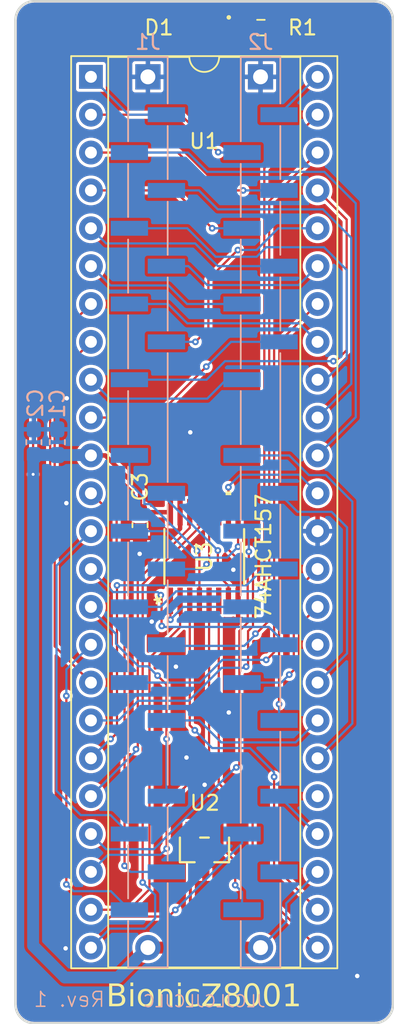
<source format=kicad_pcb>
(kicad_pcb (version 20241229) (generator "pcbnew") (generator_version "9.0")
  (title_block (title "BionicZ8001") (date "2026-01-14") (rev "1") (company "Tadashi G. Takaoka"))
  (layers (0 "F.Cu" signal) (2 "B.Cu" signal) (13 "F.Paste" user) (15 "B.Paste" user) (5 "F.SilkS" user "F.Silkscreen") (7 "B.SilkS" user "B.Silkscreen") (1 "F.Mask" user) (3 "B.Mask" user) (25 "Edge.Cuts" user))
  (net 0 "")
  (net 1 "GND")
  (net 2 "VCC")
  (net 3 "Net-(D1-K)")
  (net 4 "N{slash}~{S}")
  (net 5 "AD4")
  (net 6 "Net-(J2-P57)")
  (net 7 "AD2")
  (net 8 "ST3")
  (net 9 "~{NMI}")
  (net 10 "P33")
  (net 11 "AD3")
  (net 12 "SN4")
  (net 13 "SN6")
  (net 14 "AD7")
  (net 15 "AD0")
  (net 16 "ST0")
  (net 17 "AD5")
  (net 18 "AD1")
  (net 19 "~{VI}")
  (net 20 "ST2")
  (net 21 "ST1")
  (net 22 "AD6")
  (net 23 "~{RESET}")
  (net 24 "~{NVI}")
  (net 25 "CLOCK")
  (net 26 "AD12")
  (net 27 "AD10")
  (net 28 "~{AS}")
  (net 29 "AD8")
  (net 31 "AD13")
  (net 32 "B{slash}~{W}")
  (net 33 "SN5")
  (net 34 "~{STOP}")
  (net 35 "AD14")
  (net 36 "AD11")
  (net 37 "P30")
  (net 38 "~{WAIT}")
  (net 39 "AD15")
  (net 40 "AD9")
  (net 41 "~{MREQ}")
  (net 42 "R{slash}~{W}")
  (net 43 "~{DS}")
  (net 44 "Net-(U1-~{MI})")
  (net 45 "P32")
  (net 46 "P31")
  (net 47 "~{SEGT}")
  (net 48 "ASEL")
  (net 50 "SN0")
  (net 51 "SN2")
  (net 52 "SN3")
  (net 53 "SN1")
  (footprint "bionic:DIP-48_W15.24mm_Socket" (layer "F.Cu") (at 106.08 75.08)
    (property "Reference" "U1" (at 7.62 4.318 0) (layer "F.SilkS"))
    (property "Value" "Z8001")
    (pad "1" thru_hole rect (at 0 0) (size 1.6 1.6) (drill 0.8) (layers "*.Cu" "*.Mask") (net 15 "AD0"))
    (pad "2" thru_hole oval (at 0 2.54) (size 1.6 1.6) (drill 0.8) (layers "*.Cu" "*.Mask") (net 40 "AD9"))
    (pad "3" thru_hole oval (at 0 5.08) (size 1.6 1.6) (drill 0.8) (layers "*.Cu" "*.Mask") (net 27 "AD10"))
    (pad "4" thru_hole oval (at 0 7.62) (size 1.6 1.6) (drill 0.8) (layers "*.Cu" "*.Mask") (net 36 "AD11"))
    (pad "5" thru_hole oval (at 0 10.16) (size 1.6 1.6) (drill 0.8) (layers "*.Cu" "*.Mask") (net 26 "AD12"))
    (pad "6" thru_hole oval (at 0 12.7) (size 1.6 1.6) (drill 0.8) (layers "*.Cu" "*.Mask") (net 31 "AD13"))
    (pad "7" thru_hole oval (at 0 15.24) (size 1.6 1.6) (drill 0.8) (layers "*.Cu" "*.Mask") (net 34 "~{STOP}"))
    (pad "8" thru_hole oval (at 0 17.78) (size 1.6 1.6) (drill 0.8) (layers "*.Cu" "*.Mask") (net 44 "Net-(U1-~{MI})"))
    (pad "9" thru_hole oval (at 0 20.32) (size 1.6 1.6) (drill 0.8) (layers "*.Cu" "*.Mask") (net 39 "AD15"))
    (pad "10" thru_hole oval (at 0 22.86) (size 1.6 1.6) (drill 0.8) (layers "*.Cu" "*.Mask") (net 35 "AD14"))
    (pad "11" thru_hole oval (at 0 25.4) (size 1.6 1.6) (drill 0.8) (layers "*.Cu" "*.Mask") (net 2 "VCC"))
    (pad "12" thru_hole oval (at 0 27.94) (size 1.6 1.6) (drill 0.8) (layers "*.Cu" "*.Mask") (net 19 "~{VI}"))
    (pad "13" thru_hole oval (at 0 30.48) (size 1.6 1.6) (drill 0.8) (layers "*.Cu" "*.Mask") (net 24 "~{NVI}"))
    (pad "14" thru_hole oval (at 0 33.02) (size 1.6 1.6) (drill 0.8) (layers "*.Cu" "*.Mask") (net 47 "~{SEGT}"))
    (pad "15" thru_hole oval (at 0 35.56) (size 1.6 1.6) (drill 0.8) (layers "*.Cu" "*.Mask") (net 9 "~{NMI}"))
    (pad "16" thru_hole oval (at 0 38.1) (size 1.6 1.6) (drill 0.8) (layers "*.Cu" "*.Mask") (net 23 "~{RESET}"))
    (pad "17" thru_hole oval (at 0 40.64) (size 1.6 1.6) (drill 0.8) (layers "*.Cu" "*.Mask") (net 44 "Net-(U1-~{MI})"))
    (pad "18" thru_hole oval (at 0 43.18) (size 1.6 1.6) (drill 0.8) (layers "*.Cu" "*.Mask") (net 41 "~{MREQ}"))
    (pad "19" thru_hole oval (at 0 45.72) (size 1.6 1.6) (drill 0.8) (layers "*.Cu" "*.Mask") (net 43 "~{DS}"))
    (pad "20" thru_hole oval (at 0 48.26) (size 1.6 1.6) (drill 0.8) (layers "*.Cu" "*.Mask") (net 8 "ST3"))
    (pad "21" thru_hole oval (at 0 50.8) (size 1.6 1.6) (drill 0.8) (layers "*.Cu" "*.Mask") (net 20 "ST2"))
    (pad "22" thru_hole oval (at 0 53.34) (size 1.6 1.6) (drill 0.8) (layers "*.Cu" "*.Mask") (net 21 "ST1"))
    (pad "23" thru_hole oval (at 0 55.88) (size 1.6 1.6) (drill 0.8) (layers "*.Cu" "*.Mask") (net 16 "ST0"))
    (pad "24" thru_hole oval (at 0 58.42) (size 1.6 1.6) (drill 0.8) (layers "*.Cu" "*.Mask") (net 52 "SN3"))
    (pad "25" thru_hole oval (at 15.24 58.42) (size 1.6 1.6) (drill 0.8) (layers "*.Cu" "*.Mask") (net 53 "SN1"))
    (pad "26" thru_hole oval (at 15.24 55.88) (size 1.6 1.6) (drill 0.8) (layers "*.Cu" "*.Mask") (net 50 "SN0"))
    (pad "27" thru_hole oval (at 15.24 53.34) (size 1.6 1.6) (drill 0.8) (layers "*.Cu" "*.Mask") (net 2 "VCC"))
    (pad "28" thru_hole oval (at 15.24 50.8) (size 1.6 1.6) (drill 0.8) (layers "*.Cu" "*.Mask") (net 38 "~{WAIT}"))
    (pad "29" thru_hole oval (at 15.24 48.26) (size 1.6 1.6) (drill 0.8) (layers "*.Cu" "*.Mask"))
    (pad "30" thru_hole oval (at 15.24 45.72) (size 1.6 1.6) (drill 0.8) (layers "*.Cu" "*.Mask") (net 42 "R{slash}~{W}"))
    (pad "31" thru_hole oval (at 15.24 43.18) (size 1.6 1.6) (drill 0.8) (layers "*.Cu" "*.Mask") (net 4 "N{slash}~{S}"))
    (pad "32" thru_hole oval (at 15.24 40.64) (size 1.6 1.6) (drill 0.8) (layers "*.Cu" "*.Mask") (net 32 "B{slash}~{W}"))
    (pad "33" thru_hole oval (at 15.24 38.1) (size 1.6 1.6) (drill 0.8) (layers "*.Cu" "*.Mask"))
    (pad "34" thru_hole oval (at 15.24 35.56) (size 1.6 1.6) (drill 0.8) (layers "*.Cu" "*.Mask") (net 28 "~{AS}"))
    (pad "35" thru_hole oval (at 15.24 33.02) (size 1.6 1.6) (drill 0.8) (layers "*.Cu" "*.Mask") (net 25 "CLOCK"))
    (pad "36" thru_hole oval (at 15.24 30.48) (size 1.6 1.6) (drill 0.8) (layers "*.Cu" "*.Mask") (net 1 "GND"))
    (pad "37" thru_hole oval (at 15.24 27.94) (size 1.6 1.6) (drill 0.8) (layers "*.Cu" "*.Mask") (net 51 "SN2"))
    (pad "38" thru_hole oval (at 15.24 25.4) (size 1.6 1.6) (drill 0.8) (layers "*.Cu" "*.Mask") (net 18 "AD1"))
    (pad "39" thru_hole oval (at 15.24 22.86) (size 1.6 1.6) (drill 0.8) (layers "*.Cu" "*.Mask") (net 7 "AD2"))
    (pad "40" thru_hole oval (at 15.24 20.32) (size 1.6 1.6) (drill 0.8) (layers "*.Cu" "*.Mask") (net 11 "AD3"))
    (pad "41" thru_hole oval (at 15.24 17.78) (size 1.6 1.6) (drill 0.8) (layers "*.Cu" "*.Mask") (net 17 "AD5"))
    (pad "42" thru_hole oval (at 15.24 15.24) (size 1.6 1.6) (drill 0.8) (layers "*.Cu" "*.Mask") (net 12 "SN4"))
    (pad "43" thru_hole oval (at 15.24 12.7) (size 1.6 1.6) (drill 0.8) (layers "*.Cu" "*.Mask") (net 5 "AD4"))
    (pad "44" thru_hole oval (at 15.24 10.16) (size 1.6 1.6) (drill 0.8) (layers "*.Cu" "*.Mask") (net 22 "AD6"))
    (pad "45" thru_hole oval (at 15.24 7.62) (size 1.6 1.6) (drill 0.8) (layers "*.Cu" "*.Mask") (net 14 "AD7"))
    (pad "46" thru_hole oval (at 15.24 5.08) (size 1.6 1.6) (drill 0.8) (layers "*.Cu" "*.Mask") (net 33 "SN5"))
    (pad "47" thru_hole oval (at 15.24 2.54) (size 1.6 1.6) (drill 0.8) (layers "*.Cu" "*.Mask") (net 13 "SN6"))
    (pad "48" thru_hole oval (at 15.24 0) (size 1.6 1.6) (drill 0.8) (layers "*.Cu" "*.Mask") (net 29 "AD8"))
  )
  (footprint "ti:PW16-M" (layer "F.Cu") (at 113.7 107.2618 90)
    (property "Reference" "U3" (at 0 0 90) (layer "F.SilkS"))
    (property "Value" "74AHCT157")
    (fp_text user "*" (at -2.9 -2.8 90) (layer "F.SilkS"))
    (pad "1" smd rect (at -2.9718 -2.274999 90) (size 1.778 0.3556) (layers "F.Cu" "F.Mask" "F.Paste") (net 48 "ASEL"))
    (pad "2" smd rect (at -2.9718 -1.625001 90) (size 1.778 0.3556) (layers "F.Cu" "F.Mask" "F.Paste") (net 16 "ST0"))
    (pad "3" smd rect (at -2.9718 -0.974999 90) (size 1.778 0.3556) (layers "F.Cu" "F.Mask" "F.Paste") (net 50 "SN0"))
    (pad "4" smd rect (at -2.9718 -0.325001 90) (size 1.778 0.3556) (layers "F.Cu" "F.Mask" "F.Paste") (net 37 "P30"))
    (pad "5" smd rect (at -2.9718 0.324998 90) (size 1.778 0.3556) (layers "F.Cu" "F.Mask" "F.Paste") (net 21 "ST1"))
    (pad "6" smd rect (at -2.9718 0.974999 90) (size 1.778 0.3556) (layers "F.Cu" "F.Mask" "F.Paste") (net 53 "SN1"))
    (pad "7" smd rect (at -2.9718 1.624998 90) (size 1.778 0.3556) (layers "F.Cu" "F.Mask" "F.Paste") (net 46 "P31"))
    (pad "8" smd rect (at -2.9718 2.274999 90) (size 1.778 0.3556) (layers "F.Cu" "F.Mask" "F.Paste") (net 1 "GND"))
    (pad "9" smd rect (at 2.9718 2.274999 90) (size 1.778 0.3556) (layers "F.Cu" "F.Mask" "F.Paste") (net 45 "P32"))
    (pad "10" smd rect (at 2.9718 1.625001 90) (size 1.778 0.3556) (layers "F.Cu" "F.Mask" "F.Paste") (net 51 "SN2"))
    (pad "11" smd rect (at 2.9718 0.974999 90) (size 1.778 0.3556) (layers "F.Cu" "F.Mask" "F.Paste") (net 20 "ST2"))
    (pad "12" smd rect (at 2.9718 0.325001 90) (size 1.778 0.3556) (layers "F.Cu" "F.Mask" "F.Paste") (net 10 "P33"))
    (pad "13" smd rect (at 2.9718 -0.324998 90) (size 1.778 0.3556) (layers "F.Cu" "F.Mask" "F.Paste") (net 52 "SN3"))
    (pad "14" smd rect (at 2.9718 -0.974999 90) (size 1.778 0.3556) (layers "F.Cu" "F.Mask" "F.Paste") (net 8 "ST3"))
    (pad "15" smd rect (at 2.9718 -1.624998 90) (size 1.778 0.3556) (layers "F.Cu" "F.Mask" "F.Paste") (net 1 "GND"))
    (pad "16" smd rect (at 2.9718 -2.274999 90) (size 1.778 0.3556) (layers "F.Cu" "F.Mask" "F.Paste") (net 2 "VCC"))
  )
  (footprint "rhom:LED_CSL1901UW1_ROM-M" (layer "F.Cu") (at 113.7 71.778 180)
    (property "Reference" "D1" (at 3.048 0 0) (layer "F.SilkS"))
    (property "Value" "CSL1901UW1")
    (pad "1" smd rect (at -0.8763 0 180) (size 0.9652 0.762) (layers "F.Cu" "F.Mask" "F.Paste") (net 3 "Net-(D1-K)"))
    (pad "2" smd rect (at 0.8763 0 180) (size 0.9652 0.762) (layers "F.Cu" "F.Mask" "F.Paste") (net 2 "VCC"))
    (zone (net 0) (net_name "") (layer "F.Cu") (connect_pads (clearance 0)) (min_thickness 0.254)
      (keepout (tracks not_allowed) (vias not_allowed) (pads allowed) (copperpour not_allowed) (footprints allowed))
      (fill (thermal_gap 0.508) (thermal_bridge_width 0.508))
      (polygon (pts (xy 114.0429 72.1336) (xy 113.3571 72.1336) (xy 113.3571 71.4224) (xy 114.0429 71.4224)))
    )
  )
  (footprint "Resistor_SMD:R_0603_1608Metric_Pad0.98x0.95mm_HandSolder" (layer "F.Cu") (at 117.51 71.778)
    (property "Reference" "R1" (at 2.794 0 0) (layer "F.SilkS"))
    (property "Value" "1.6k")
    (pad "1" smd roundrect (at -0.9125 0) (size 0.975 0.95) (layers "F.Cu" "F.Mask" "F.Paste") (net 3 "Net-(D1-K)"))
    (pad "2" smd roundrect (at 0.9125 0) (size 0.975 0.95) (layers "F.Cu" "F.Mask" "F.Paste") (net 1 "GND"))
  )
  (footprint "Capacitor_SMD:C_0603_1608Metric_Pad1.08x0.95mm_HandSolder" (layer "F.Cu") (at 109.382 105.1536 -90)
    (property "Reference" "C3" (at -2.5654 0 90) (layer "F.SilkS"))
    (property "Value" "0.1u")
    (pad "1" smd roundrect (at -0.8625 0 270) (size 1.075 0.95) (layers "F.Cu" "F.Mask" "F.Paste") (net 2 "VCC"))
    (pad "2" smd roundrect (at 0.8625 0 270) (size 1.075 0.95) (layers "F.Cu" "F.Mask" "F.Paste") (net 1 "GND"))
  )
  (footprint "microchip:SOT-23_MC_MCH-M" (layer "F.Cu") (at 113.7152 126.946 180)
    (property "Reference" "U2" (at -0.0254 3.1496 0) (layer "F.SilkS"))
    (property "Value" "11AA010-I/TT")
    (pad "1" smd rect (at -0.950001 1.066 180) (size 0.6604 1.6256) (layers "F.Cu" "F.Mask" "F.Paste") (net 6 "Net-(J2-P57)"))
    (pad "2" smd rect (at 0.950001 1.066 180) (size 0.6604 1.6256) (layers "F.Cu" "F.Mask" "F.Paste") (net 2 "VCC"))
    (pad "3" smd rect (at 0 -1.066 180) (size 0.6604 1.6256) (layers "F.Cu" "F.Mask" "F.Paste") (net 1 "GND"))
  )
  (footprint "Capacitor_SMD:C_0603_1608Metric_Pad1.08x0.95mm_HandSolder" (layer "B.Cu") (at 103.8194 99.591 90)
    (property "Reference" "C1" (at 2.5908 0 90) (layer "B.SilkS") (effects (justify mirror)))
    (property "Value" "0.1u")
    (pad "1" smd roundrect (at -0.8625 0 90) (size 1.075 0.95) (layers "B.Cu" "B.Mask" "B.Paste") (net 2 "VCC"))
    (pad "2" smd roundrect (at 0.8625 0 90) (size 1.075 0.95) (layers "B.Cu" "B.Mask" "B.Paste") (net 1 "GND"))
  )
  (footprint "bionic:Bionic-P245_SMT" (layer "B.Cu") (at 117.5054 104.29 180)
    (property "Reference" "J2" (at 0.0208 31.54 0) (layer "B.SilkS") (effects (justify mirror)))
    (property "Value" "Bionic-P245")
    (pad "25" thru_hole oval (at 0.0208 -29.21 180) (size 1.7 1.7) (drill 1) (layers "*.Cu" "*.Mask") (net 2 "VCC"))
    (pad "26" smd rect (at 1.2654 -26.67 180) (size 2.51 1) (layers "B.Cu" "B.Mask" "B.Paste") (net 6 "Net-(J2-P57)"))
    (pad "27" smd rect (at -1.2238 -24.13 180) (size 2.51 1) (layers "B.Cu" "B.Mask" "B.Paste"))
    (pad "28" smd rect (at 1.2654 -21.59 180) (size 2.51 1) (layers "B.Cu" "B.Mask" "B.Paste") (net 34 "~{STOP}"))
    (pad "29" smd rect (at -1.2238 -19.05 180) (size 2.51 1) (layers "B.Cu" "B.Mask" "B.Paste") (net 38 "~{WAIT}"))
    (pad "31" smd rect (at -1.2238 -13.97 180) (size 2.51 1) (layers "B.Cu" "B.Mask" "B.Paste") (net 25 "CLOCK"))
    (pad "32" smd rect (at 1.2654 -11.43 180) (size 2.51 1) (layers "B.Cu" "B.Mask" "B.Paste") (net 28 "~{AS}"))
    (pad "33" smd rect (at -1.2238 -8.89 180) (size 2.51 1) (layers "B.Cu" "B.Mask" "B.Paste") (net 47 "~{SEGT}"))
    (pad "34" smd rect (at 1.2654 -6.35 180) (size 2.51 1) (layers "B.Cu" "B.Mask" "B.Paste") (net 48 "ASEL"))
    (pad "35" smd rect (at -1.2238 -3.81 180) (size 2.51 1) (layers "B.Cu" "B.Mask" "B.Paste") (net 43 "~{DS}"))
    (pad "36" smd rect (at 1.2654 -1.27 180) (size 2.51 1) (layers "B.Cu" "B.Mask" "B.Paste") (net 41 "~{MREQ}"))
    (pad "37" smd rect (at -1.2238 1.27 180) (size 2.51 1) (layers "B.Cu" "B.Mask" "B.Paste") (net 32 "B{slash}~{W}"))
    (pad "38" smd rect (at 1.2654 3.81 180) (size 2.51 1) (layers "B.Cu" "B.Mask" "B.Paste") (net 42 "R{slash}~{W}"))
    (pad "40" smd rect (at 1.2654 8.89 180) (size 2.51 1) (layers "B.Cu" "B.Mask" "B.Paste") (net 39 "AD15"))
    (pad "41" smd rect (at -1.2238 11.43 180) (size 2.51 1) (layers "B.Cu" "B.Mask" "B.Paste") (net 35 "AD14"))
    (pad "42" smd rect (at 1.2654 13.97 180) (size 2.51 1) (layers "B.Cu" "B.Mask" "B.Paste") (net 31 "AD13"))
    (pad "43" smd rect (at -1.2238 16.51 180) (size 2.51 1) (layers "B.Cu" "B.Mask" "B.Paste") (net 26 "AD12"))
    (pad "44" smd rect (at 1.2654 19.05 180) (size 2.51 1) (layers "B.Cu" "B.Mask" "B.Paste") (net 36 "AD11"))
    (pad "45" smd rect (at -1.2238 21.59 180) (size 2.51 1) (layers "B.Cu" "B.Mask" "B.Paste") (net 27 "AD10"))
    (pad "46" smd rect (at 1.2654 24.13 180) (size 2.51 1) (layers "B.Cu" "B.Mask" "B.Paste") (net 40 "AD9"))
    (pad "47" smd rect (at -1.2238 26.67 180) (size 2.51 1) (layers "B.Cu" "B.Mask" "B.Paste") (net 29 "AD8"))
    (pad "48" thru_hole rect (at 0.0208 29.21 180) (size 1.7 1.7) (drill 1) (layers "*.Cu" "*.Mask") (net 1 "GND"))
  )
  (footprint "bionic:Bionic-P135_SMT" (layer "B.Cu") (at 109.89 104.29 180)
    (property "Reference" "J1" (at -0.0208 31.54 0) (layer "B.SilkS") (effects (justify mirror)))
    (property "Value" "Bionic-P135")
    (pad "1" thru_hole rect (at -0.0208 29.21 180) (size 1.7 1.7) (drill 1) (layers "*.Cu" "*.Mask") (net 1 "GND"))
    (pad "2" smd rect (at -1.2654 26.67 180) (size 2.51 1) (layers "B.Cu" "B.Mask" "B.Paste") (net 15 "AD0"))
    (pad "3" smd rect (at 1.2238 24.13 180) (size 2.51 1) (layers "B.Cu" "B.Mask" "B.Paste") (net 18 "AD1"))
    (pad "4" smd rect (at -1.2654 21.59 180) (size 2.51 1) (layers "B.Cu" "B.Mask" "B.Paste") (net 7 "AD2"))
    (pad "5" smd rect (at 1.2238 19.05 180) (size 2.51 1) (layers "B.Cu" "B.Mask" "B.Paste") (net 11 "AD3"))
    (pad "6" smd rect (at -1.2654 16.51 180) (size 2.51 1) (layers "B.Cu" "B.Mask" "B.Paste") (net 5 "AD4"))
    (pad "7" smd rect (at 1.2238 13.97 180) (size 2.51 1) (layers "B.Cu" "B.Mask" "B.Paste") (net 17 "AD5"))
    (pad "8" smd rect (at -1.2654 11.43 180) (size 2.51 1) (layers "B.Cu" "B.Mask" "B.Paste") (net 22 "AD6"))
    (pad "9" smd rect (at 1.2238 8.89 180) (size 2.51 1) (layers "B.Cu" "B.Mask" "B.Paste") (net 14 "AD7"))
    (pad "11" smd rect (at 1.2238 3.81 180) (size 2.51 1) (layers "B.Cu" "B.Mask" "B.Paste") (net 37 "P30"))
    (pad "12" smd rect (at -1.2654 1.27 180) (size 2.51 1) (layers "B.Cu" "B.Mask" "B.Paste") (net 46 "P31"))
    (pad "13" smd rect (at 1.2238 -1.27 180) (size 2.51 1) (layers "B.Cu" "B.Mask" "B.Paste") (net 45 "P32"))
    (pad "14" smd rect (at -1.2654 -3.81 180) (size 2.51 1) (layers "B.Cu" "B.Mask" "B.Paste") (net 10 "P33"))
    (pad "15" smd rect (at 1.2238 -6.35 180) (size 2.51 1) (layers "B.Cu" "B.Mask" "B.Paste") (net 13 "SN6"))
    (pad "16" smd rect (at -1.2654 -8.89 180) (size 2.51 1) (layers "B.Cu" "B.Mask" "B.Paste") (net 33 "SN5"))
    (pad "17" smd rect (at 1.2238 -11.43 180) (size 2.51 1) (layers "B.Cu" "B.Mask" "B.Paste") (net 12 "SN4"))
    (pad "18" smd rect (at -1.2654 -13.97 180) (size 2.51 1) (layers "B.Cu" "B.Mask" "B.Paste") (net 4 "N{slash}~{S}"))
    (pad "20" smd rect (at -1.2654 -19.05 180) (size 2.51 1) (layers "B.Cu" "B.Mask" "B.Paste") (net 9 "~{NMI}"))
    (pad "21" smd rect (at 1.2238 -21.59 180) (size 2.51 1) (layers "B.Cu" "B.Mask" "B.Paste") (net 24 "~{NVI}"))
    (pad "22" smd rect (at -1.2654 -24.13 180) (size 2.51 1) (layers "B.Cu" "B.Mask" "B.Paste") (net 19 "~{VI}"))
    (pad "23" smd rect (at 1.2238 -26.67 180) (size 2.51 1) (layers "B.Cu" "B.Mask" "B.Paste") (net 23 "~{RESET}"))
    (pad "24" thru_hole oval (at -0.0208 -29.21 180) (size 1.7 1.7) (drill 1) (layers "*.Cu" "*.Mask") (net 2 "VCC"))
  )
  (footprint "Capacitor_SMD:C_0603_1608Metric_Pad1.08x0.95mm_HandSolder" (layer "B.Cu") (at 102.2446 99.5921 90)
    (property "Reference" "C2" (at 2.6173 0.1016 90) (layer "B.SilkS") (effects (justify mirror)))
    (property "Value" "2.2u")
    (pad "1" smd roundrect (at -0.8625 0 90) (size 1.075 0.95) (layers "B.Cu" "B.Mask" "B.Paste") (net 2 "VCC"))
    (pad "2" smd roundrect (at 0.8625 0 90) (size 1.075 0.95) (layers "B.Cu" "B.Mask" "B.Paste") (net 1 "GND"))
  )
  (gr_arc (start 125.13 70) (mid 126.028026 70.371974) (end 126.4 71.27) (stroke (width 0.15)) (layer "Edge.Cuts"))
  (gr_arc (start 126.4 137.31) (mid 126.028026 138.208026) (end 125.13 138.58) (stroke (width 0.15)) (layer "Edge.Cuts"))
  (gr_arc (start 101 71.27) (mid 101.371974 70.371974) (end 102.27 70) (stroke (width 0.15)) (layer "Edge.Cuts"))
  (gr_line (start 126.4 71.27) (end 126.4 137.31) (stroke (width 0.15)) (layer "Edge.Cuts"))
  (gr_arc (start 102.27 138.58) (mid 101.371974 138.208026) (end 101 137.31) (stroke (width 0.15)) (layer "Edge.Cuts"))
  (gr_line (start 125.13 138.58) (end 102.27 138.58) (stroke (width 0.15)) (layer "Edge.Cuts"))
  (gr_line (start 101 137.31) (end 101 71.27) (stroke (width 0.15)) (layer "Edge.Cuts"))
  (gr_line (start 102.27 70) (end 125.13 70) (stroke (width 0.15)) (layer "Edge.Cuts"))
  (gr_text "74AHCT157" (at 118.272 107.2618 90) (layer "F.SilkS") (effects (font (size 1 1)) (justify bottom)))
  (gr_text "BionicZ8001" (at 113.6746 137.691 0) (layer "F.SilkS") (effects (font (size 1.5 1.5)) (justify bottom)))
  (gr_text "Rev. 1" (at 107.096 137.564 -0) (layer "B.SilkS") (effects (font (size 1 1) (thickness 0.1)) (justify left bottom mirror)))
  (gr_text "JLCJLCJLCJLC" (at 113.7 137.564 -0) (layer "B.SilkS") (effects (font (size 0.8 0.8) (thickness 0.1)) (justify bottom mirror)))
  (via (at 104.429 103.6804) (size 0.6) (drill 0.3) (layers "F.Cu" "B.Cu") (net 1))
  (via (at 111.795 114.6532) (size 0.6) (drill 0.3) (layers "F.Cu" "B.Cu") (net 1))
  (via (at 115.6558 108.1508) (size 0.6) (drill 0.3) (layers "F.Cu" "B.Cu") (net 1))
  (via (at 123.987 135.405) (size 0.6) (drill 0.3) (layers "F.Cu" "B.Cu") (net 1))
  (via (at 112.5062 120.7492) (size 0.6) (drill 0.3) (layers "F.Cu" "B.Cu") (net 1))
  (via (at 115.351 117.7266) (size 0.6) (drill 0.3) (layers "F.Cu" "B.Cu") (net 1))
  (via (at 109.3566 107.084) (size 0.6) (drill 0.3) (layers "F.Cu" "B.Cu") (net 1))
  (via (at 113.7254 122.578) (size 0.6) (drill 0.3) (layers "F.Cu" "B.Cu") (net 1))
  (via (at 104.4544 96.6446) (size 0.6) (drill 0.3) (layers "F.Cu" "B.Cu") (net 1))
  (via (at 112.7602 98.9306) (size 0.6) (drill 0.3) (layers "F.Cu" "B.Cu") (net 1))
  (via (at 104.3782 133.5508) (size 0.6) (drill 0.3) (layers "F.Cu" "B.Cu") (net 1))
  (via (at 110.1694 111.6306) (size 0.6) (drill 0.3) (layers "F.Cu" "B.Cu") (net 1))
  (segment (start 109.382 102.8168) (end 109.382 104.2911) (width 0.3) (layer "F.Cu") (net 2))
  (segment (start 106.08 100.48) (end 107.0452 100.48) (width 0.3) (layer "F.Cu") (net 2))
  (segment (start 102.1938 75.0038) (end 102.1938 101.75) (width 0.15) (layer "F.Cu") (net 2))
  (segment (start 112.8237 71.778) (end 105.4196 71.778) (width 0.15) (layer "F.Cu") (net 2))
  (segment (start 107.0452 100.48) (end 109.382 102.8168) (width 0.3) (layer "F.Cu") (net 2))
  (segment (start 109.382 104.291) (end 109.382 104.2911) (width 0.4) (layer "F.Cu") (net 2))
  (segment (start 109.3831 104.29) (end 109.382 104.2911) (width 0.8) (layer "F.Cu") (net 2))
  (segment (start 109.9108 133.5) (end 109.911 133.5) (width 0.4) (layer "F.Cu") (net 2))
  (segment (start 105.4196 71.778) (end 102.1938 75.0038) (width 0.15) (layer "F.Cu") (net 2))
  (segment (start 112.765199 125.88) (end 112.765199 133.469601) (width 0.2) (layer "F.Cu") (net 2))
  (segment (start 111.425001 104.29) (end 109.3831 104.29) (width 0.3) (layer "F.Cu") (net 2))
  (segment (start 112.7652 125.88) (end 112.765 125.88) (width 0.4) (layer "F.Cu") (net 2))
  (segment (start 112.7348 133.5) (end 109.9108 133.5) (width 0.8) (layer "F.Cu") (net 2))
  (segment (start 117.4846 133.5) (end 112.7348 133.5) (width 0.8) (layer "F.Cu") (net 2))
  (segment (start 112.765199 133.469601) (end 112.7348 133.5) (width 0.8) (layer "F.Cu") (net 2))
  (via (at 102.1938 101.75) (size 0.45) (drill 0.2) (layers "F.Cu" "B.Cu") (net 2))
  (segment (start 102.2181 100.4546) (end 102.1938 100.4789) (width 0.8) (layer "B.Cu") (net 2))
  (segment (start 102.1938 101.75) (end 102.1938 133.373) (width 0.8) (layer "B.Cu") (net 2))
  (segment (start 109.911 133.5) (end 109.9108 133.5) (width 0.4) (layer "B.Cu") (net 2))
  (segment (start 119.2118 130.5282) (end 119.2118 131.7728) (width 0.15) (layer "B.Cu") (net 2))
  (segment (start 107.9042 135.5066) (end 109.9108 133.5) (width 0.8) (layer "B.Cu") (net 2))
  (segment (start 102.1938 133.373) (end 104.3274 135.5066) (width 0.8) (layer "B.Cu") (net 2))
  (segment (start 102.2192 100.4535) (end 106.0535 100.4535) (width 0.8) (layer "B.Cu") (net 2))
  (segment (start 104.3274 135.5066) (end 107.9042 135.5066) (width 0.8) (layer "B.Cu") (net 2))
  (segment (start 119.2118 131.7728) (end 117.4846 133.5) (width 0.15) (layer "B.Cu") (net 2))
  (segment (start 106.08 100.48) (end 106.0546 100.4546) (width 0.8) (layer "B.Cu") (net 2))
  (segment (start 121.32 128.42) (end 119.2118 130.5282) (width 0.15) (layer "B.Cu") (net 2))
  (segment (start 102.1938 100.4789) (end 102.1938 101.75) (width 0.8) (layer "B.Cu") (net 2))
  (segment (start 106.0535 100.4535) (end 106.08 100.48) (width 0.6) (layer "B.Cu") (net 2))
  (segment (start 114.5763 71.778) (end 116.5975 71.778) (width 0.1524) (layer "F.Cu") (net 3))
  (segment (start 119.8468 119.7332) (end 121.32 118.26) (width 0.15) (layer "B.Cu") (net 4))
  (segment (start 114.843 119.7332) (end 119.8468 119.7332) (width 0.15) (layer "B.Cu") (net 4))
  (segment (start 111.1554 118.26) (end 113.3698 118.26) (width 0.15) (layer "B.Cu") (net 4))
  (segment (start 113.3698 118.26) (end 114.843 119.7332) (width 0.15) (layer "B.Cu") (net 4))
  (segment (start 113.9032 89.05) (end 120.05 89.05) (width 0.15) (layer "B.Cu") (net 5))
  (segment (start 111.1554 87.78) (end 112.6332 87.78) (width 0.15) (layer "B.Cu") (net 5))
  (segment (start 120.05 89.05) (end 121.32 87.78) (width 0.15) (layer "B.Cu") (net 5))
  (segment (start 112.6332 87.78) (end 113.9032 89.05) (width 0.15) (layer "B.Cu") (net 5))
  (segment (start 115.7828 129.309) (end 115.7828 127.7088) (width 0.15) (layer "F.Cu") (net 6))
  (segment (start 115.7828 127.7088) (end 114.6652 126.5912) (width 0.15) (layer "F.Cu") (net 6))
  (segment (start 114.6652 126.5912) (end 114.6652 125.88) (width 0.15) (layer "F.Cu") (net 6))
  (via (at 115.7828 129.309) (size 0.45) (drill 0.2) (layers "F.Cu" "B.Cu") (net 6))
  (segment (start 116.24 129.7662) (end 116.24 130.96) (width 0.15) (layer "B.Cu") (net 6))
  (segment (start 115.7828 129.309) (end 116.24 129.7662) (width 0.15) (layer "B.Cu") (net 6))
  (segment (start 114.6144 83.97) (end 121.6756 83.97) (width 0.15) (layer "B.Cu") (net 7))
  (segment (start 123.5844 85.8788) (end 123.5844 95.6756) (width 0.15) (layer "B.Cu") (net 7))
  (segment (start 123.5844 95.6756) (end 121.32 97.94) (width 0.15) (layer "B.Cu") (net 7))
  (segment (start 111.1554 82.7) (end 113.3444 82.7) (width 0.15) (layer "B.Cu") (net 7))
  (segment (start 121.6756 83.97) (end 123.5844 85.8788) (width 0.15) (layer "B.Cu") (net 7))
  (segment (start 113.3444 82.7) (end 114.6144 83.97) (width 0.15) (layer "B.Cu") (net 7))
  (segment (start 109.1098 120.1904) (end 109.2296 120.0706) (width 0.15) (layer "F.Cu") (net 8))
  (segment (start 112.725 105.3412) (end 112.725 104.29) (width 0.15) (layer "F.Cu") (net 8))
  (segment (start 109.2296 120.0706) (end 109.2296 108.8366) (width 0.15) (layer "F.Cu") (net 8))
  (segment (start 109.2296 108.8366) (end 112.725 105.3412) (width 0.15) (layer "F.Cu") (net 8))
  (via (at 109.1098 120.1904) (size 0.45) (drill 0.2) (layers "F.Cu" "B.Cu") (net 8))
  (segment (start 109.1098 120.3102) (end 106.08 123.34) (width 0.15) (layer "B.Cu") (net 8))
  (segment (start 109.1098 120.1904) (end 109.1098 120.3102) (width 0.15) (layer "B.Cu") (net 8))
  (segment (start 111.16 115.8515) (end 110.56085 115.25235) (width 0.15) (layer "F.Cu") (net 9))
  (segment (start 111.16 119.5046) (end 111.16 115.8515) (width 0.15) (layer "F.Cu") (net 9))
  (via (at 111.16 119.5046) (size 0.45) (drill 0.2) (layers "F.Cu" "B.Cu") (net 9))
  (via (at 110.56085 115.25235) (size 0.45) (drill 0.2) (layers "F.Cu" "B.Cu") (net 9))
  (segment (start 106.08 110.64) (end 106.08 110.7715) (width 0.15) (layer "B.Cu") (net 9))
  (segment (start 110.53995 115.25235) (end 110.56085 115.25235) (width 0.15) (layer "B.Cu") (net 9))
  (segment (start 107.76685 112.45835) (end 107.76685 113.11425) (width 0.15) (layer "B.Cu") (net 9))
  (segment (start 109.2804 114.6278) (end 109.9154 114.6278) (width 0.15) (layer "B.Cu") (net 9))
  (segment (start 109.9154 114.6278) (end 110.53995 115.25235) (width 0.15) (layer "B.Cu") (net 9))
  (segment (start 106.08 110.7715) (end 107.76685 112.45835) (width 0.15) (layer "B.Cu") (net 9))
  (segment (start 111.16 119.5046) (end 111.16 123.3354) (width 0.15) (layer "B.Cu") (net 9))
  (segment (start 111.16 123.3354) (end 111.1554 123.34) (width 0.15) (layer "B.Cu") (net 9))
  (segment (start 107.76685 113.11425) (end 109.2804 114.6278) (width 0.15) (layer "B.Cu") (net 9))
  (segment (start 113.8524 107.788) (end 114.0302 107.6102) (width 0.15) (layer "F.Cu") (net 10))
  (segment (start 114.0302 107.6102) (end 114.0302 104.295199) (width 0.15) (layer "F.Cu") (net 10))
  (segment (start 114.0302 104.295199) (end 114.025001 104.29) (width 0.15) (layer "F.Cu") (net 10))
  (via (at 113.8524 107.788) (size 0.45) (drill 0.2) (layers "F.Cu" "B.Cu") (net 10))
  (segment (start 113.8342 107.788) (end 113.5222 108.1) (width 0.15) (layer "B.Cu") (net 10))
  (segment (start 113.8524 107.788) (end 113.8342 107.788) (width 0.15) (layer "B.Cu") (net 10))
  (segment (start 113.5222 108.1) (end 111.1554 108.1) (width 0.15) (layer "B.Cu") (net 10))
  (segment (start 112.557 85.24) (end 114.4692 87.1522) (width 0.15) (layer "B.Cu") (net 11))
  (segment (start 123.2834 93.97) (end 121.8534 95.4) (width 0.15) (layer "B.Cu") (net 11))
  (segment (start 114.4692 87.1522) (end 117.2234 87.1522) (width 0.15) (layer "B.Cu") (net 11))
  (segment (start 121.8534 95.4) (end 121.32 95.4) (width 0.15) (layer "B.Cu") (net 11))
  (segment (start 121.7518 86.51) (end 123.2834 88.0416) (width 0.15) (layer "B.Cu") (net 11))
  (segment (start 117.2234 87.1522) (end 117.8656 86.51) (width 0.15) (layer "B.Cu") (net 11))
  (segment (start 108.6662 85.24) (end 112.557 85.24) (width 0.15) (layer "B.Cu") (net 11))
  (segment (start 123.2834 88.0416) (end 123.2834 93.97) (width 0.15) (layer "B.Cu") (net 11))
  (segment (start 117.8656 86.51) (end 121.7518 86.51) (width 0.15) (layer "B.Cu") (net 11))
  (segment (start 118.399 93.2156) (end 121.2946 90.32) (width 0.15) (layer "F.Cu") (net 12))
  (segment (start 121.2946 90.32) (end 121.32 90.32) (width 0.15) (layer "F.Cu") (net 12))
  (segment (start 117.891 114.196) (end 118.399 113.688) (width 0.15) (layer "F.Cu") (net 12))
  (segment (start 118.399 113.688) (end 118.399 93.2156) (width 0.15) (layer "F.Cu") (net 12))
  (segment (start 117.8656 114.196) (end 117.891 114.196) (width 0.15) (layer "F.Cu") (net 12))
  (via (at 117.8656 114.196) (size 0.45) (drill 0.2) (layers "F.Cu" "B.Cu") (net 12))
  (segment (start 114.9192 114.196) (end 113.3952 115.72) (width 0.15) (layer "B.Cu") (net 12))
  (segment (start 117.8656 114.196) (end 114.9192 114.196) (width 0.15) (layer "B.Cu") (net 12))
  (segment (start 113.3952 115.72) (end 108.6662 115.72) (width 0.15) (layer "B.Cu") (net 12))
  (segment (start 121.32 90.32) (end 121.269 90.269) (width 0.15) (layer "B.Cu") (net 12))
  (segment (start 117.7386 81.2014) (end 121.32 77.62) (width 0.15) (layer "F.Cu") (net 13))
  (segment (start 117.7386 109.1286) (end 117.7386 81.2014) (width 0.15) (layer "F.Cu") (net 13))
  (segment (start 117.5163 109.3509) (end 117.7386 109.1286) (width 0.15) (layer "F.Cu") (net 13))
  (via (at 117.5163 109.3509) (size 0.45) (drill 0.2) (layers "F.Cu" "B.Cu") (net 13))
  (segment (start 110.7663 110.64) (end 108.6662 110.64) (width 0.15) (layer "B.Cu") (net 13))
  (segment (start 117.2686 109.5986) (end 111.8077 109.5986) (width 0.15) (layer "B.Cu") (net 13))
  (segment (start 117.5163 109.3509) (end 117.2686 109.5986) (width 0.15) (layer "B.Cu") (net 13))
  (segment (start 111.8077 109.5986) (end 110.7663 110.64) (width 0.15) (layer "B.Cu") (net 13))
  (segment (start 123.2758 93.4188) (end 123.2758 84.6558) (width 0.15) (layer "F.Cu") (net 14))
  (segment (start 123.2758 84.6558) (end 121.32 82.7) (width 0.15) (layer "F.Cu") (net 14))
  (segment (start 122.5392 94.1554) (end 123.2758 93.4188) (width 0.15) (layer "F.Cu") (net 14))
  (segment (start 122.3868 94.1554) (end 122.5392 94.1554) (width 0.15) (layer "F.Cu") (net 14))
  (via (at 122.3868 94.1554) (size 0.45) (drill 0.2) (layers "F.Cu" "B.Cu") (net 14))
  (segment (start 122.3868 94.1554) (end 115.097 94.1554) (width 0.15) (layer "B.Cu") (net 14))
  (segment (start 115.097 94.1554) (end 113.8524 95.4) (width 0.15) (layer "B.Cu") (net 14))
  (segment (start 113.8524 95.4) (end 108.6662 95.4) (width 0.15) (layer "B.Cu") (net 14))
  (segment (start 106.08 75.08) (end 108.62 77.62) (width 0.15) (layer "B.Cu") (net 15))
  (segment (start 108.62 77.62) (end 111.1554 77.62) (width 0.15) (layer "B.Cu") (net 15))
  (segment (start 108.6454 130.96) (end 106.08 130.96) (width 0.15) (layer "F.Cu") (net 16))
  (segment (start 112.074999 110.2336) (end 112.074999 112.011001) (width 0.15) (layer "F.Cu") (net 16))
  (segment (start 112.074999 112.011001) (end 110.017 114.069) (width 0.15) (layer "F.Cu") (net 16))
  (segment (start 110.017 114.069) (end 110.017 129.5884) (width 0.15) (layer "F.Cu") (net 16))
  (segment (start 110.017 129.5884) (end 108.6454 130.96) (width 0.15) (layer "F.Cu") (net 16))
  (segment (start 120.0754 91.6154) (end 121.32 92.86) (width 0.15) (layer "B.Cu") (net 17))
  (segment (start 111.2616 90.32) (end 112.557 91.6154) (width 0.15) (layer "B.Cu") (net 17))
  (segment (start 112.557 91.6154) (end 120.0754 91.6154) (width 0.15) (layer "B.Cu") (net 17))
  (segment (start 108.6662 90.32) (end 111.2616 90.32) (width 0.15) (layer "B.Cu") (net 17))
  (segment (start 112.6078 80.16) (end 108.6662 80.16) (width 0.15) (layer "B.Cu") (net 18))
  (segment (start 113.9032 81.4554) (end 112.6078 80.16) (width 0.15) (layer "B.Cu") (net 18))
  (segment (start 121.32 100.48) (end 123.8854 97.9146) (width 0.15) (layer "B.Cu") (net 18))
  (segment (start 123.8854 83.5636) (end 121.7772 81.4554) (width 0.15) (layer "B.Cu") (net 18))
  (segment (start 121.7772 81.4554) (end 113.9032 81.4554) (width 0.15) (layer "B.Cu") (net 18))
  (segment (start 123.8854 97.9146) (end 123.8854 83.5636) (width 0.15) (layer "B.Cu") (net 18))
  (segment (start 107.8072 106.703) (end 107.8072 104.7218) (width 0.15) (layer "F.Cu") (net 19))
  (segment (start 107.8072 104.7218) (end 106.1054 103.02) (width 0.15) (layer "F.Cu") (net 19))
  (segment (start 106.1054 103.02) (end 106.08 103.02) (width 0.15) (layer "F.Cu") (net 19))
  (segment (start 108.3406 128.0136) (end 108.3406 107.2364) (width 0.15) (layer "F.Cu") (net 19))
  (segment (start 108.3406 107.2364) (end 107.8072 106.703) (width 0.15) (layer "F.Cu") (net 19))
  (via (at 108.3406 128.0136) (size 0.45) (drill 0.2) (layers "F.Cu" "B.Cu") (net 19))
  (segment (start 108.3406 128.0136) (end 108.747 128.42) (width 0.15) (layer "B.Cu") (net 19))
  (segment (start 108.747 128.42) (end 111.1554 128.42) (width 0.15) (layer "B.Cu") (net 19))
  (segment (start 115.859 121.4096) (end 116.0622 121.2064) (width 0.15) (layer "F.Cu") (net 20))
  (segment (start 116.621 108.1) (end 114.675 106.154) (width 0.15) (layer "F.Cu") (net 20))
  (segment (start 116.0622 121.2064) (end 116.0622 112.2554) (width 0.15) (layer "F.Cu") (net 20))
  (segment (start 114.675 106.154) (end 114.675 104.29) (width 0.15) (layer "F.Cu") (net 20))
  (segment (start 116.621 111.6966) (end 116.621 108.1) (width 0.15) (layer "F.Cu") (net 20))
  (segment (start 116.0622 112.2554) (end 116.621 111.6966) (width 0.15) (layer "F.Cu") (net 20))
  (via (at 115.859 121.4096) (size 0.45) (drill 0.2) (layers "F.Cu" "B.Cu") (net 20))
  (segment (start 110.3218 126.896) (end 107.096 126.896) (width 0.15) (layer "B.Cu") (net 20))
  (segment (start 107.096 126.896) (end 106.08 125.88) (width 0.15) (layer "B.Cu") (net 20))
  (segment (start 115.8082 121.4096) (end 110.3218 126.896) (width 0.15) (layer "B.Cu") (net 20))
  (segment (start 115.859 121.4096) (end 115.8082 121.4096) (width 0.15) (layer "B.Cu") (net 20))
  (segment (start 111.1711 123.9639) (end 114.025 121.11) (width 0.15) (layer "F.Cu") (net 21))
  (segment (start 111.1711 126.8595) (end 111.1711 123.9639) (width 0.15) (layer "F.Cu") (net 21))
  (segment (start 114.025 121.11) (end 114.025 110.2336) (width 0.15) (layer "F.Cu") (net 21))
  (via (at 111.1711 126.8595) (size 0.45) (drill 0.2) (layers "F.Cu" "B.Cu") (net 21))
  (segment (start 111.1711 126.8595) (end 110.7536 127.277) (width 0.15) (layer "B.Cu") (net 21))
  (segment (start 110.7536 127.277) (end 107.223 127.277) (width 0.15) (layer "B.Cu") (net 21))
  (segment (start 107.223 127.277) (end 106.08 128.42) (width 0.15) (layer "B.Cu") (net 21))
  (segment (start 113.9794 91.9868) (end 113.9794 88.669) (width 0.15) (layer "F.Cu") (net 22))
  (segment (start 113.9794 88.669) (end 115.9462 86.7022) (width 0.15) (layer "F.Cu") (net 22))
  (segment (start 115.9462 86.7022) (end 115.9606 86.7022) (width 0.15) (layer "F.Cu") (net 22))
  (segment (start 113.1062 92.86) (end 113.9794 91.9868) (width 0.15) (layer "F.Cu") (net 22))
  (via (at 115.9606 86.7022) (size 0.45) (drill 0.2) (layers "F.Cu" "B.Cu") (net 22))
  (via (at 113.1062 92.86) (size 0.45) (drill 0.2) (layers "F.Cu" "B.Cu") (net 22))
  (segment (start 115.9706 86.6922) (end 117.2262 86.6922) (width 0.15) (layer "B.Cu") (net 22))
  (segment (start 113.1062 92.86) (end 111.1554 92.86) (width 0.15) (layer "B.Cu") (net 22))
  (segment (start 117.2262 86.6922) (end 118.6784 85.24) (width 0.15) (layer "B.Cu") (net 22))
  (segment (start 115.9606 86.7022) (end 115.9706 86.6922) (width 0.15) (layer "B.Cu") (net 22))
  (segment (start 118.6784 85.24) (end 121.32 85.24) (width 0.15) (layer "B.Cu") (net 22))
  (segment (start 104.429 129.2582) (end 104.429 116.609) (width 0.15) (layer "F.Cu") (net 23))
  (via (at 104.429 116.609) (size 0.45) (drill 0.2) (layers "F.Cu" "B.Cu") (net 23))
  (via (at 104.429 129.2582) (size 0.45) (drill 0.2) (layers "F.Cu" "B.Cu") (net 23))
  (segment (start 104.9116 129.7154) (end 107.4216 129.7154) (width 0.15) (layer "B.Cu") (net 23))
  (segment (start 104.429 116.609) (end 104.429 114.831) (width 0.15) (layer "B.Cu") (net 23))
  (segment (start 104.429 129.2582) (end 104.4544 129.2582) (width 0.15) (layer "B.Cu") (net 23))
  (segment (start 104.4544 129.2582) (end 104.9116 129.7154) (width 0.15) (layer "B.Cu") (net 23))
  (segment (start 104.429 114.831) (end 106.08 113.18) (width 0.15) (layer "B.Cu") (net 23))
  (segment (start 107.4216 129.7154) (end 108.6662 130.96) (width 0.15) (layer "B.Cu") (net 23))
  (segment (start 105.3942 124.61) (end 107.3962 124.61) (width 0.15) (layer "B.Cu") (net 24))
  (segment (start 107.3962 124.61) (end 108.6662 125.88) (width 0.15) (layer "B.Cu") (net 24))
  (segment (start 103.7686 122.9844) (end 105.3942 124.61) (width 0.15) (layer "B.Cu") (net 24))
  (segment (start 103.7686 107.8714) (end 103.7686 122.9844) (width 0.15) (layer "B.Cu") (net 24))
  (segment (start 106.08 105.56) (end 103.7686 107.8714) (width 0.15) (layer "B.Cu") (net 24))
  (segment (start 118.7292 110.6908) (end 121.32 108.1) (width 0.15) (layer "F.Cu") (net 25))
  (segment (start 118.7292 117.1678) (end 118.7292 110.6908) (width 0.15) (layer "F.Cu") (net 25))
  (via (at 118.7292 117.1678) (size 0.45) (drill 0.2) (layers "F.Cu" "B.Cu") (net 25))
  (segment (start 118.7292 117.1678) (end 118.7292 118.26) (width 0.15) (layer "B.Cu") (net 25))
  (segment (start 107.096 86.256) (end 113.0904 86.256) (width 0.15) (layer "B.Cu") (net 26))
  (segment (start 114.6144 87.78) (end 118.7292 87.78) (width 0.15) (layer "B.Cu") (net 26))
  (segment (start 106.08 85.24) (end 107.096 86.256) (width 0.15) (layer "B.Cu") (net 26))
  (segment (start 113.0904 86.256) (end 114.6144 87.78) (width 0.15) (layer "B.Cu") (net 26))
  (segment (start 106.08 80.16) (end 111.922 80.16) (width 0.15) (layer "F.Cu") (net 27))
  (segment (start 111.922 80.16) (end 114.462 82.7) (width 0.15) (layer "F.Cu") (net 27))
  (segment (start 114.462 82.7) (end 116.3162 82.7) (width 0.15) (layer "F.Cu") (net 27))
  (via (at 116.3162 82.7) (size 0.45) (drill 0.2) (layers "F.Cu" "B.Cu") (net 27))
  (segment (start 116.3162 82.7) (end 118.7292 82.7) (width 0.15) (layer "B.Cu") (net 27))
  (segment (start 119.415 115.1866) (end 119.7198 114.8818) (width 0.15) (layer "F.Cu") (net 28))
  (segment (start 119.7198 114.8818) (end 119.7198 112.2402) (width 0.15) (layer "F.Cu") (net 28))
  (segment (start 119.7198 112.2402) (end 121.32 110.64) (width 0.15) (layer "F.Cu") (net 28))
  (via (at 119.415 115.1866) (size 0.45) (drill 0.2) (layers "F.Cu" "B.Cu") (net 28))
  (segment (start 119.415 115.1866) (end 118.8816 115.72) (width 0.15) (layer "B.Cu") (net 28))
  (segment (start 118.8816 115.72) (end 116.24 115.72) (width 0.15) (layer "B.Cu") (net 28))
  (segment (start 118.7292 77.62) (end 121.2692 75.08) (width 0.15) (layer "B.Cu") (net 29))
  (segment (start 121.2692 75.08) (end 121.32 75.08) (width 0.15) (layer "B.Cu") (net 29))
  (segment (start 106.08 87.78) (end 106.1054 87.78) (width 0.15) (layer "B.Cu") (net 31))
  (segment (start 112.5443 90.32) (end 116.24 90.32) (width 0.15) (layer "B.Cu") (net 31))
  (segment (start 107.4008 89.0754) (end 111.2997 89.0754) (width 0.15) (layer "B.Cu") (net 31))
  (segment (start 111.2997 89.0754) (end 112.5443 90.32) (width 0.15) (layer "B.Cu") (net 31))
  (segment (start 106.1054 87.78) (end 107.4008 89.0754) (width 0.15) (layer "B.Cu") (net 31))
  (segment (start 122.2598 104.2646) (end 123.3012 105.306) (width 0.15) (layer "B.Cu") (net 32))
  (segment (start 121.3454 115.72) (end 121.32 115.72) (width 0.15) (layer "B.Cu") (net 32))
  (segment (start 118.7292 103.02) (end 119.9738 104.2646) (width 0.15) (layer "B.Cu") (net 32))
  (segment (start 123.3012 113.7642) (end 121.3454 115.72) (width 0.15) (layer "B.Cu") (net 32))
  (segment (start 123.3012 105.306) (end 123.3012 113.7642) (width 0.15) (layer "B.Cu") (net 32))
  (segment (start 119.9738 104.2646) (end 122.2598 104.2646) (width 0.15) (layer "B.Cu") (net 32))
  (segment (start 118.0688 111.555482) (end 118.0688 83.4112) (width 0.15) (layer "F.Cu") (net 33))
  (segment (start 118.0688 83.4112) (end 121.32 80.16) (width 0.15) (layer "F.Cu") (net 33))
  (segment (start 117.141348 112.4362) (end 117.188082 112.4362) (width 0.15) (layer "F.Cu") (net 33))
  (segment (start 117.188082 112.4362) (end 118.0688 111.555482) (width 0.15) (layer "F.Cu") (net 33))
  (via (at 117.141348 112.4362) (size 0.45) (drill 0.2) (layers "F.Cu" "B.Cu") (net 33))
  (segment (start 111.2334 113.258) (end 111.1554 113.18) (width 0.15) (layer "B.Cu") (net 33))
  (segment (start 117.104141 112.544459) (end 116.3906 113.258) (width 0.15) (layer "B.Cu") (net 33))
  (segment (start 116.3906 113.258) (end 111.2334 113.258) (width 0.15) (layer "B.Cu") (net 33))
  (segment (start 117.104141 112.473407) (end 117.104141 112.544459) (width 0.15) (layer "B.Cu") (net 33))
  (segment (start 117.141348 112.4362) (end 117.104141 112.473407) (width 0.15) (layer "B.Cu") (net 33))
  (segment (start 105.5466 132.23) (end 103.3622 130.0456) (width 0.15) (layer "F.Cu") (net 34))
  (segment (start 103.3622 95.152122) (end 103.3622 93.0378) (width 0.15) (layer "F.Cu") (net 34))
  (segment (start 107.4008 131.4172) (end 106.588 132.23) (width 0.15) (layer "F.Cu") (net 34))
  (segment (start 103.3622 130.0456) (end 103.3622 113.427878) (width 0.15) (layer "F.Cu") (net 34))
  (segment (start 106.588 132.23) (end 105.5466 132.23) (width 0.15) (layer "F.Cu") (net 34))
  (segment (start 111.3124 131.4172) (end 107.4008 131.4172) (width 0.15) (layer "F.Cu") (net 34))
  (segment (start 103.3406 95.173722) (end 103.3622 95.152122) (width 0.15) (layer "F.Cu") (net 34))
  (segment (start 103.3622 113.427878) (end 103.3406 113.406278) (width 0.15) (layer "F.Cu") (net 34))
  (segment (start 103.3622 93.0378) (end 106.08 90.32) (width 0.15) (layer "F.Cu") (net 34))
  (segment (start 111.7569 130.9727) (end 111.3124 131.4172) (width 0.15) (layer "F.Cu") (net 34))
  (segment (start 103.3406 113.406278) (end 103.3406 95.173722) (width 0.15) (layer "F.Cu") (net 34))
  (via (at 111.7569 130.9727) (size 0.45) (drill 0.2) (layers "F.Cu" "B.Cu") (net 34))
  (segment (start 111.7569 130.9727) (end 116.24 126.4896) (width 0.15) (layer "B.Cu") (net 34))
  (segment (start 116.24 126.4896) (end 116.24 125.88) (width 0.15) (layer "B.Cu") (net 34))
  (segment (start 113.8397 94.5237) (end 110.4234 97.94) (width 0.15) (layer "F.Cu") (net 35))
  (segment (start 110.4234 97.94) (end 106.08 97.94) (width 0.15) (layer "F.Cu") (net 35))
  (via (at 113.8397 94.5237) (size 0.45) (drill 0.2) (layers "F.Cu" "B.Cu") (net 35))
  (segment (start 113.8397 94.5237) (end 115.5034 92.86) (width 0.15) (layer "B.Cu") (net 35))
  (segment (start 115.5034 92.86) (end 118.7292 92.86) (width 0.15) (layer "B.Cu") (net 35))
  (segment (start 106.08 82.7) (end 111.6934 82.7) (width 0.15) (layer "F.Cu") (net 36))
  (segment (start 111.6934 82.7) (end 114.2334 85.24) (width 0.15) (layer "F.Cu") (net 36))
  (via (at 114.2334 85.24) (size 0.45) (drill 0.2) (layers "F.Cu" "B.Cu") (net 36))
  (segment (start 114.2334 85.24) (end 116.24 85.24) (width 0.15) (layer "B.Cu") (net 36))
  (segment (start 113.2167 106.8801) (end 113.375 107.0384) (width 0.15) (layer "F.Cu") (net 37))
  (segment (start 113.375 107.0384) (end 113.375 110.2336) (width 0.15) (layer "F.Cu") (net 37))
  (via (at 113.2167 106.8801) (size 0.45) (drill 0.2) (layers "F.Cu" "B.Cu") (net 37))
  (segment (start 110.0826 103.746) (end 109.6744 103.746) (width 0.15) (layer "B.Cu") (net 37))
  (segment (start 108.6662 102.3296) (end 108.6662 100.48) (width 0.15) (layer "B.Cu") (net 37))
  (segment (start 113.2167 106.8801) (end 110.0826 103.746) (width 0.15) (layer "B.Cu") (net 37))
  (segment (start 109.6744 103.746) (end 109.6744 103.3378) (width 0.15) (layer "B.Cu") (net 37))
  (segment (start 109.6744 103.3378) (end 108.6662 102.3296) (width 0.15) (layer "B.Cu") (net 37))
  (segment (start 121.2692 125.88) (end 121.32 125.88) (width 0.15) (layer "B.Cu") (net 38))
  (segment (start 118.7292 123.34) (end 121.2692 125.88) (width 0.15) (layer "B.Cu") (net 38))
  (segment (start 113.9032 96.67) (end 115.1732 95.4) (width 0.15) (layer "B.Cu") (net 39))
  (segment (start 107.35 96.67) (end 113.9032 96.67) (width 0.15) (layer "B.Cu") (net 39))
  (segment (start 115.1732 95.4) (end 116.24 95.4) (width 0.15) (layer "B.Cu") (net 39))
  (segment (start 106.08 95.4) (end 107.35 96.67) (width 0.15) (layer "B.Cu") (net 39))
  (segment (start 112.1252 77.62) (end 114.6398 80.1346) (width 0.15) (layer "F.Cu") (net 40))
  (segment (start 106.08 77.62) (end 112.1252 77.62) (width 0.15) (layer "F.Cu") (net 40))
  (via (at 114.6398 80.1346) (size 0.45) (drill 0.2) (layers "F.Cu" "B.Cu") (net 40))
  (segment (start 114.6652 80.16) (end 116.24 80.16) (width 0.15) (layer "B.Cu") (net 40))
  (segment (start 114.6398 80.1346) (end 114.6652 80.16) (width 0.15) (layer "B.Cu") (net 40))
  (segment (start 116.9766 107.8206) (end 116.6972 107.5412) (width 0.15) (layer "F.Cu") (net 41))
  (segment (start 116.6464 114.5262) (end 116.6464 112.2656) (width 0.15) (layer "F.Cu") (net 41))
  (segment (start 116.6464 112.2656) (end 116.9766 111.9354) (width 0.15) (layer "F.Cu") (net 41))
  (segment (start 116.6972 107.5412) (end 116.6972 106.9316) (width 0.15) (layer "F.Cu") (net 41))
  (segment (start 116.5194 114.6532) (end 116.6464 114.5262) (width 0.15) (layer "F.Cu") (net 41))
  (segment (start 116.9766 111.9354) (end 116.9766 107.8206) (width 0.15) (layer "F.Cu") (net 41))
  (via (at 116.5194 114.6532) (size 0.45) (drill 0.2) (layers "F.Cu" "B.Cu") (net 41))
  (via (at 116.6972 106.9316) (size 0.45) (drill 0.2) (layers "F.Cu" "B.Cu") (net 41))
  (segment (start 116.6972 106.9316) (end 116.6972 106.0172) (width 0.15) (layer "B.Cu") (net 41))
  (segment (start 109.255 116.9392) (end 107.9342 118.26) (width 0.15) (layer "B.Cu") (net 41))
  (segment (start 107.9342 118.26) (end 106.08 118.26) (width 0.15) (layer "B.Cu") (net 41))
  (segment (start 116.6972 106.0172) (end 116.24 105.56) (width 0.15) (layer "B.Cu") (net 41))
  (segment (start 112.6586 116.9392) (end 109.255 116.9392) (width 0.15) (layer "B.Cu") (net 41))
  (segment (start 116.4432 114.7294) (end 114.8684 114.7294) (width 0.15) (layer "B.Cu") (net 41))
  (segment (start 116.5194 114.6532) (end 116.4432 114.7294) (width 0.15) (layer "B.Cu") (net 41))
  (segment (start 114.8684 114.7294) (end 112.6586 116.9392) (width 0.15) (layer "B.Cu") (net 41))
  (segment (start 123.6568 118.4632) (end 121.32 120.8) (width 0.15) (layer "B.Cu") (net 42))
  (segment (start 116.24 100.48) (end 119.415 100.48) (width 0.15) (layer "B.Cu") (net 42))
  (segment (start 120.7358 101.8008) (end 121.8788 101.8008) (width 0.15) (layer "B.Cu") (net 42))
  (segment (start 119.415 100.48) (end 120.7358 101.8008) (width 0.15) (layer "B.Cu") (net 42))
  (segment (start 123.6568 103.5788) (end 123.6568 118.4632) (width 0.15) (layer "B.Cu") (net 42))
  (segment (start 121.8788 101.8008) (end 123.6568 103.5788) (width 0.15) (layer "B.Cu") (net 42))
  (segment (start 107.8326 109.1994) (end 107.8326 119.0982) (width 0.15) (layer "F.Cu") (net 43))
  (segment (start 107.8326 119.0982) (end 107.4262 119.5046) (width 0.15) (layer "F.Cu") (net 43))
  (segment (start 107.4262 119.5046) (end 107.4008 119.5046) (width 0.15) (layer "F.Cu") (net 43))
  (via (at 107.8326 109.1994) (size 0.45) (drill 0.2) (layers "F.Cu" "B.Cu") (net 43))
  (via (at 107.4008 119.5046) (size 0.45) (drill 0.2) (layers "F.Cu" "B.Cu") (net 43))
  (segment (start 107.8398 109.1922) (end 116.5448 109.1922) (width 0.15) (layer "B.Cu") (net 43))
  (segment (start 107.3754 119.53) (end 107.35 119.53) (width 0.15) (layer "B.Cu") (net 43))
  (segment (start 117.637 108.1) (end 118.7292 108.1) (width 0.15) (layer "B.Cu") (net 43))
  (segment (start 107.4008 119.5046) (end 107.3754 119.53) (width 0.15) (layer "B.Cu") (net 43))
  (segment (start 107.35 119.53) (end 106.08 120.8) (width 0.15) (layer "B.Cu") (net 43))
  (segment (start 116.5448 109.1922) (end 117.637 108.1) (width 0.15) (layer "B.Cu") (net 43))
  (segment (start 107.8326 109.1994) (end 107.8398 109.1922) (width 0.15) (layer "B.Cu") (net 43))
  (segment (start 103.6416 95.2984) (end 106.08 92.86) (width 0.15) (layer "F.Cu") (net 44))
  (segment (start 106.08 115.72) (end 103.6416 113.2816) (width 0.15) (layer "F.Cu") (net 44))
  (segment (start 103.6416 113.2816) (end 103.6416 95.2984) (width 0.15) (layer "F.Cu") (net 44))
  (segment (start 115.975 106.6014) (end 115.975 104.29) (width 0.15) (layer "F.Cu") (net 45))
  (via (at 115.975 106.6014) (size 0.45) (drill 0.2) (layers "F.Cu" "B.Cu") (net 45))
  (segment (start 112.9888 107.338) (end 111.2108 105.56) (width 0.15) (layer "B.Cu") (net 45))
  (segment (start 111.2108 105.56) (end 108.6662 105.56) (width 0.15) (layer "B.Cu") (net 45))
  (segment (start 115.2384 107.338) (end 112.9888 107.338) (width 0.15) (layer "B.Cu") (net 45))
  (segment (start 115.975 106.6014) (end 115.2384 107.338) (width 0.15) (layer "B.Cu") (net 45))
  (segment (start 115.325 109.217) (end 115.325 110.2336) (width 0.15) (layer "F.Cu") (net 46))
  (segment (start 114.6144 106.8554) (end 114.6144 108.5064) (width 0.15) (layer "F.Cu") (net 46))
  (segment (start 114.6144 108.5064) (end 115.325 109.217) (width 0.15) (layer "F.Cu") (net 46))
  (via (at 114.6144 106.8554) (size 0.45) (drill 0.2) (layers "F.Cu" "B.Cu") (net 46))
  (segment (start 111.1554 103.3964) (end 111.1554 103.02) (width 0.15) (layer "B.Cu") (net 46))
  (segment (start 114.6144 106.8554) (end 111.1554 103.3964) (width 0.15) (layer "B.Cu") (net 46))
  (segment (start 110.8298 111.91) (end 110.8425 111.9227) (width 0.15) (layer "F.Cu") (net 47))
  (segment (start 110.8298 109.9034) (end 110.8298 111.91) (width 0.15) (layer "F.Cu") (net 47))
  (segment (start 110.779 109.8526) (end 110.8298 109.9034) (width 0.15) (layer "F.Cu") (net 47))
  (via (at 110.8425 111.9227) (size 0.45) (drill 0.2) (layers "F.Cu" "B.Cu") (net 47))
  (via (at 110.779 109.8526) (size 0.45) (drill 0.2) (layers "F.Cu" "B.Cu") (net 47))
  (segment (start 118.7292 112.672) (end 118.7292 113.18) (width 0.15) (layer "B.Cu") (net 47))
  (segment (start 110.906 111.9862) (end 118.0434 111.9862) (width 0.15) (layer "B.Cu") (net 47))
  (segment (start 110.779 109.8526) (end 110.5758 109.6494) (width 0.15) (layer "B.Cu") (net 47))
  (segment (start 110.8425 111.9227) (end 110.906 111.9862) (width 0.15) (layer "B.Cu") (net 47))
  (segment (start 107.564889 109.6494) (end 106.08 108.164511) (width 0.15) (layer "B.Cu") (net 47))
  (segment (start 110.5758 109.6494) (end 107.564889 109.6494) (width 0.15) (layer "B.Cu") (net 47))
  (segment (start 106.08 108.164511) (end 106.08 108.1) (width 0.15) (layer "B.Cu") (net 47))
  (segment (start 118.0434 111.9862) (end 118.7292 112.672) (width 0.15) (layer "B.Cu") (net 47))
  (segment (start 111.425 111.5036) (end 111.425 110.2336) (width 0.15) (layer "F.Cu") (net 48))
  (via (at 111.425 111.5036) (size 0.45) (drill 0.2) (layers "F.Cu" "B.Cu") (net 48))
  (segment (start 111.425 111.4926) (end 112.2776 110.64) (width 0.15) (layer "B.Cu") (net 48))
  (segment (start 111.425 111.5036) (end 111.425 111.4926) (width 0.15) (layer "B.Cu") (net 48))
  (segment (start 112.2776 110.64) (end 116.24 110.64) (width 0.15) (layer "B.Cu") (net 48))
  (segment (start 113.065 118.9204) (end 112.725 118.5804) (width 0.15) (layer "F.Cu") (net 50))
  (segment (start 118.3963 122.0446) (end 118.3963 128.0363) (width 0.15) (layer "F.Cu") (net 50))
  (segment (start 112.725 118.5804) (end 112.725 110.2336) (width 0.15) (layer "F.Cu") (net 50))
  (segment (start 118.3963 128.0363) (end 121.32 130.96) (width 0.15) (layer "F.Cu") (net 50))
  (via (at 113.065 118.9204) (size 0.45) (drill 0.2) (layers "F.Cu" "B.Cu") (net 50))
  (via (at 118.3963 122.0446) (size 0.45) (drill 0.2) (layers "F.Cu" "B.Cu") (net 50))
  (segment (start 118.3963 122.0446) (end 118.3963 121.7371) (width 0.15) (layer "B.Cu") (net 50))
  (segment (start 118.3963 121.7371) (end 116.7734 120.1142) (width 0.15) (layer "B.Cu") (net 50))
  (segment (start 113.5476 119.4284) (end 113.5476 119.403) (width 0.15) (layer "B.Cu") (net 50))
  (segment (start 116.7734 120.1142) (end 114.2334 120.1142) (width 0.15) (layer "B.Cu") (net 50))
  (segment (start 113.5476 119.403) (end 113.065 118.9204) (width 0.15) (layer "B.Cu") (net 50))
  (segment (start 114.2334 120.1142) (end 113.5476 119.4284) (width 0.15) (layer "B.Cu") (net 50))
  (segment (start 115.325 102.6136) (end 115.325 104.29) (width 0.15) (layer "F.Cu") (net 51))
  (via (at 115.325 102.6136) (size 0.45) (drill 0.2) (layers "F.Cu" "B.Cu") (net 51))
  (segment (start 115.325 102.6136) (end 115.325 102.5634) (width 0.15) (layer "B.Cu") (net 51))
  (segment (start 115.325 102.5634) (end 116.113 101.7754) (width 0.15) (layer "B.Cu") (net 51))
  (segment (start 116.113 101.7754) (end 120.0754 101.7754) (width 0.15) (layer "B.Cu") (net 51))
  (segment (start 120.0754 101.7754) (end 121.32 103.02) (width 0.15) (layer "B.Cu") (net 51))
  (segment (start 109.5598 126.9071) (end 109.5598 109.116) (width 0.15) (layer "F.Cu") (net 52))
  (segment (start 113.375 105.3008) (end 113.375 104.29) (width 0.15) (layer "F.Cu") (net 52))
  (segment (start 109.559101 126.907799) (end 109.5598 126.9071) (width 0.15) (layer "F.Cu") (net 52))
  (segment (start 109.5598 109.116) (end 113.375 105.3008) (width 0.15) (layer "F.Cu") (net 52))
  (segment (start 109.559101 129.130501) (end 109.559101 126.907799) (width 0.15) (layer "F.Cu") (net 52))
  (via (at 109.559101 129.130501) (size 0.45) (drill 0.2) (layers "F.Cu" "B.Cu") (net 52))
  (segment (start 107.35 132.23) (end 106.08 133.5) (width 0.15) (layer "B.Cu") (net 52))
  (segment (start 110.398 129.9694) (end 110.398 131.5442) (width 0.15) (layer "B.Cu") (net 52))
  (segment (start 110.398 131.5442) (end 109.7122 132.23) (width 0.15) (layer "B.Cu") (net 52))
  (segment (start 109.559101 129.130501) (end 110.398 129.9694) (width 0.15) (layer "B.Cu") (net 52))
  (segment (start 109.7122 132.23) (end 107.35 132.23) (width 0.15) (layer "B.Cu") (net 52))
  (segment (start 114.675 122.4862) (end 116.9512 124.7624) (width 0.15) (layer "F.Cu") (net 53))
  (segment (start 116.9512 129.1312) (end 121.32 133.5) (width 0.15) (layer "F.Cu") (net 53))
  (segment (start 116.9512 124.7624) (end 116.9512 129.1312) (width 0.15) (layer "F.Cu") (net 53))
  (segment (start 114.675 110.2336) (end 114.675 122.4862) (width 0.15) (layer "F.Cu") (net 53))
  (zone (net 1) (net_name "GND") (layers "F.Cu" "B.Cu") (connect_pads (clearance 0.2)) (min_thickness 0.2) (fill yes (thermal_gap 0.2) (thermal_bridge_width 0.3))
    (polygon (pts (xy 101 70) (xy 126.4 70) (xy 126.4 138.58) (xy 101 138.58)))
  )
)
</source>
